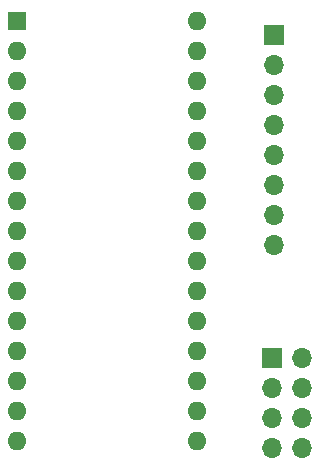
<source format=gbr>
%TF.GenerationSoftware,KiCad,Pcbnew,(5.1.10)-1*%
%TF.CreationDate,2022-03-27T02:24:56-07:00*%
%TF.ProjectId,RC_car,52435f63-6172-42e6-9b69-6361645f7063,rev?*%
%TF.SameCoordinates,Original*%
%TF.FileFunction,Soldermask,Bot*%
%TF.FilePolarity,Negative*%
%FSLAX46Y46*%
G04 Gerber Fmt 4.6, Leading zero omitted, Abs format (unit mm)*
G04 Created by KiCad (PCBNEW (5.1.10)-1) date 2022-03-27 02:24:56*
%MOMM*%
%LPD*%
G01*
G04 APERTURE LIST*
%ADD10R,1.700000X1.700000*%
%ADD11O,1.700000X1.700000*%
%ADD12R,1.600000X1.600000*%
%ADD13O,1.600000X1.600000*%
G04 APERTURE END LIST*
D10*
%TO.C,IMU1*%
X168452800Y-78003400D03*
D11*
X168452800Y-95783400D03*
X168452800Y-93243400D03*
X168452800Y-88163400D03*
X168452800Y-85623400D03*
X168452800Y-83083400D03*
X168452800Y-90703400D03*
X168452800Y-80543400D03*
%TD*%
%TO.C,RADIO1*%
X168275000Y-107899200D03*
X170815000Y-105359200D03*
D10*
X168275000Y-105359200D03*
D11*
X170815000Y-110439200D03*
X170815000Y-107899200D03*
X168275000Y-110439200D03*
X170815000Y-112979200D03*
X168275000Y-112979200D03*
%TD*%
D12*
%TO.C,Nano1*%
X146685000Y-76835000D03*
D13*
X161925000Y-109855000D03*
X146685000Y-79375000D03*
X161925000Y-107315000D03*
X146685000Y-81915000D03*
X161925000Y-104775000D03*
X146685000Y-84455000D03*
X161925000Y-102235000D03*
X146685000Y-86995000D03*
X161925000Y-99695000D03*
X146685000Y-89535000D03*
X161925000Y-97155000D03*
X146685000Y-92075000D03*
X161925000Y-94615000D03*
X146685000Y-94615000D03*
X161925000Y-92075000D03*
X146685000Y-97155000D03*
X161925000Y-89535000D03*
X146685000Y-99695000D03*
X161925000Y-86995000D03*
X146685000Y-102235000D03*
X161925000Y-84455000D03*
X146685000Y-104775000D03*
X161925000Y-81915000D03*
X146685000Y-107315000D03*
X161925000Y-79375000D03*
X146685000Y-109855000D03*
X161925000Y-76835000D03*
X146685000Y-112395000D03*
X161925000Y-112395000D03*
%TD*%
M02*

</source>
